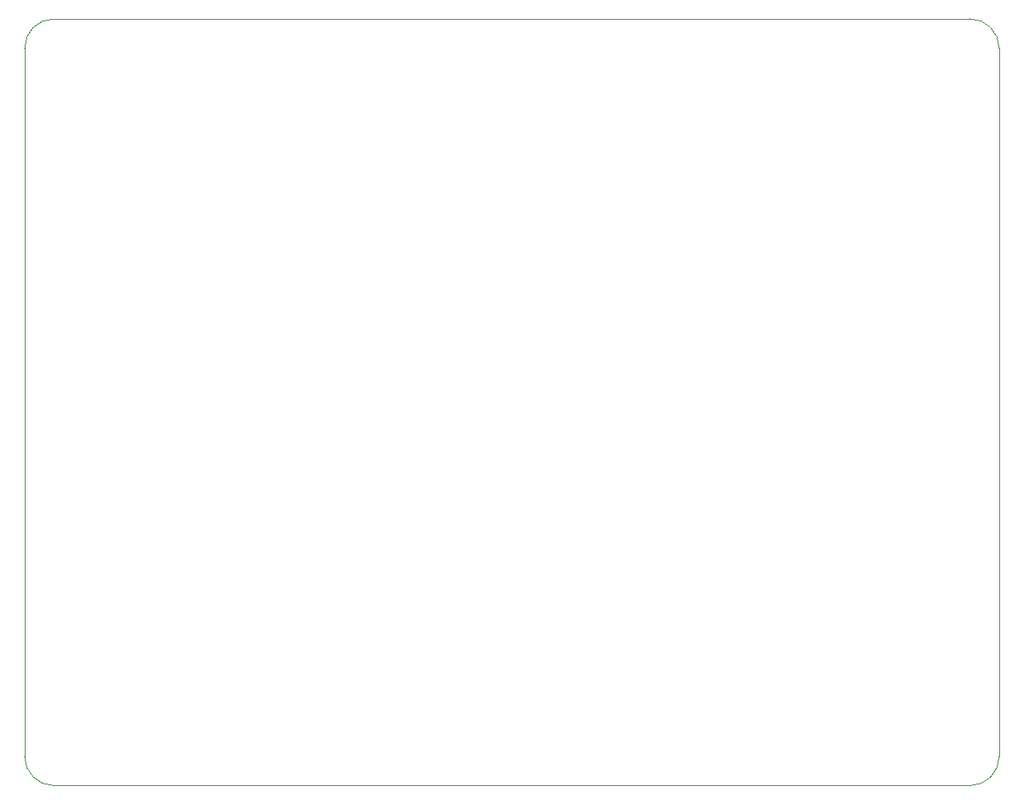
<source format=gbr>
%TF.GenerationSoftware,KiCad,Pcbnew,9.0.6*%
%TF.CreationDate,2025-12-23T22:05:24+01:00*%
%TF.ProjectId,MVME712M_P2_Adapter,4d564d45-3731-4324-9d5f-50325f416461,rev?*%
%TF.SameCoordinates,Original*%
%TF.FileFunction,Profile,NP*%
%FSLAX46Y46*%
G04 Gerber Fmt 4.6, Leading zero omitted, Abs format (unit mm)*
G04 Created by KiCad (PCBNEW 9.0.6) date 2025-12-23 22:05:24*
%MOMM*%
%LPD*%
G01*
G04 APERTURE LIST*
%TA.AperFunction,Profile*%
%ADD10C,0.050000*%
%TD*%
G04 APERTURE END LIST*
D10*
X132000000Y-113700000D02*
X38000000Y-113700000D01*
X35000000Y-38000000D02*
G75*
G02*
X38000000Y-35000000I3000000J0D01*
G01*
X35000000Y-110700000D02*
X35000000Y-38000000D01*
X135000000Y-110700000D02*
G75*
G02*
X132000000Y-113700000I-3000000J0D01*
G01*
X38000000Y-113700000D02*
G75*
G02*
X35000000Y-110700000I0J3000000D01*
G01*
X38000000Y-35000000D02*
X132000000Y-35000000D01*
X135000000Y-38000000D02*
X135000000Y-110700000D01*
X132000000Y-35000000D02*
G75*
G02*
X135000000Y-38000000I0J-3000000D01*
G01*
M02*

</source>
